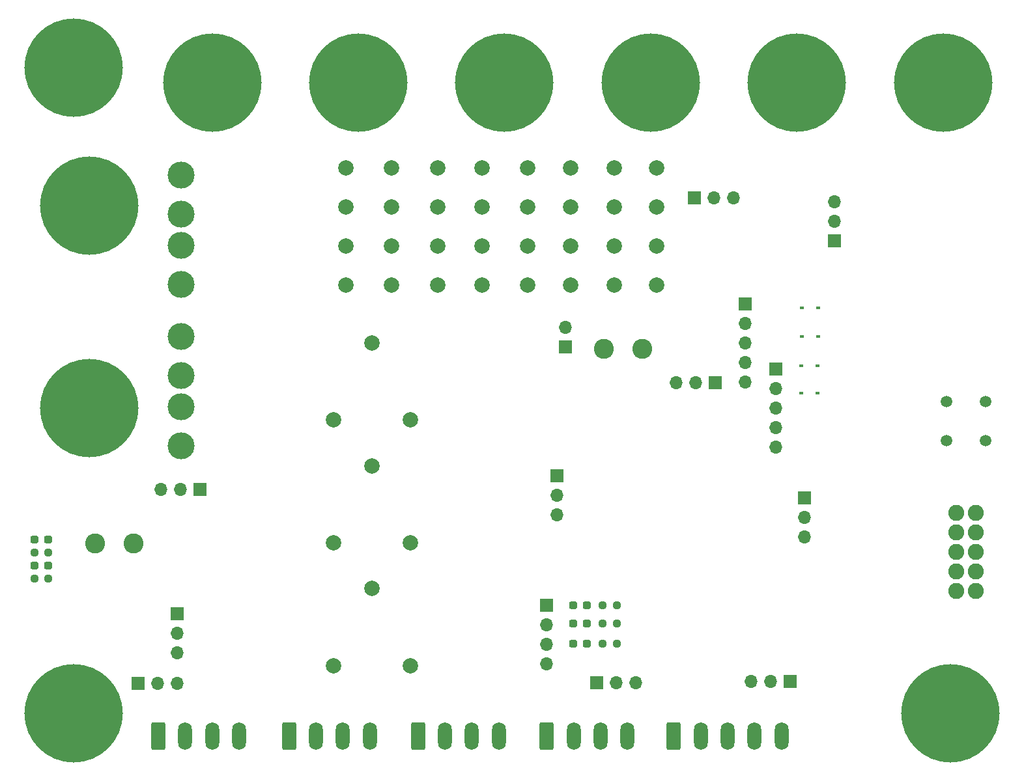
<source format=gbr>
%TF.GenerationSoftware,KiCad,Pcbnew,7.0.9-7.0.9~ubuntu22.04.1*%
%TF.CreationDate,2023-11-29T19:20:40+01:00*%
%TF.ProjectId,battery-management-system,62617474-6572-4792-9d6d-616e6167656d,rev?*%
%TF.SameCoordinates,Original*%
%TF.FileFunction,Soldermask,Top*%
%TF.FilePolarity,Negative*%
%FSLAX46Y46*%
G04 Gerber Fmt 4.6, Leading zero omitted, Abs format (unit mm)*
G04 Created by KiCad (PCBNEW 7.0.9-7.0.9~ubuntu22.04.1) date 2023-11-29 19:20:40*
%MOMM*%
%LPD*%
G01*
G04 APERTURE LIST*
G04 Aperture macros list*
%AMRoundRect*
0 Rectangle with rounded corners*
0 $1 Rounding radius*
0 $2 $3 $4 $5 $6 $7 $8 $9 X,Y pos of 4 corners*
0 Add a 4 corners polygon primitive as box body*
4,1,4,$2,$3,$4,$5,$6,$7,$8,$9,$2,$3,0*
0 Add four circle primitives for the rounded corners*
1,1,$1+$1,$2,$3*
1,1,$1+$1,$4,$5*
1,1,$1+$1,$6,$7*
1,1,$1+$1,$8,$9*
0 Add four rect primitives between the rounded corners*
20,1,$1+$1,$2,$3,$4,$5,0*
20,1,$1+$1,$4,$5,$6,$7,0*
20,1,$1+$1,$6,$7,$8,$9,0*
20,1,$1+$1,$8,$9,$2,$3,0*%
G04 Aperture macros list end*
%ADD10C,3.500000*%
%ADD11RoundRect,0.237500X0.250000X0.237500X-0.250000X0.237500X-0.250000X-0.237500X0.250000X-0.237500X0*%
%ADD12C,2.000000*%
%ADD13RoundRect,0.250000X-0.650000X-1.550000X0.650000X-1.550000X0.650000X1.550000X-0.650000X1.550000X0*%
%ADD14O,1.800000X3.600000*%
%ADD15R,0.600000X0.450000*%
%ADD16RoundRect,0.237500X0.287500X0.237500X-0.287500X0.237500X-0.287500X-0.237500X0.287500X-0.237500X0*%
%ADD17C,6.800000*%
%ADD18C,12.800000*%
%ADD19R,1.700000X1.700000*%
%ADD20O,1.700000X1.700000*%
%ADD21C,1.500000*%
%ADD22C,2.600000*%
%ADD23RoundRect,0.237500X-0.250000X-0.237500X0.250000X-0.237500X0.250000X0.237500X-0.250000X0.237500X0*%
%ADD24C,2.083600*%
G04 APERTURE END LIST*
D10*
%TO.C,F1*%
X42000000Y-42000000D03*
X42000000Y-47080000D03*
X42000000Y-51140000D03*
X42000000Y-56220000D03*
%TD*%
D11*
%TO.C,R19*%
X24712500Y-94500000D03*
X22887500Y-94500000D03*
%TD*%
D12*
%TO.C,SW6*%
X87000000Y-41080000D03*
X87000000Y-46160000D03*
X87000000Y-51240000D03*
X87000000Y-56320000D03*
%TD*%
D13*
%TO.C,J9*%
X106000000Y-115000000D03*
D14*
X109500000Y-115000000D03*
X113000000Y-115000000D03*
X116500000Y-115000000D03*
X120000000Y-115000000D03*
%TD*%
D15*
%TO.C,D17*%
X122650000Y-63000000D03*
X124750000Y-63000000D03*
%TD*%
D13*
%TO.C,J18*%
X89500000Y-115000000D03*
D14*
X93000000Y-115000000D03*
X96500000Y-115000000D03*
X100000000Y-115000000D03*
%TD*%
D16*
%TO.C,D7*%
X24675000Y-92800000D03*
X22925000Y-92800000D03*
%TD*%
D13*
%TO.C,J15*%
X39000000Y-115000000D03*
D14*
X42500000Y-115000000D03*
X46000000Y-115000000D03*
X49500000Y-115000000D03*
%TD*%
D17*
%TO.C,J5*%
X122000000Y-30000000D03*
D18*
X122000000Y-30000000D03*
%TD*%
D16*
%TO.C,D6*%
X24675000Y-89400000D03*
X22925000Y-89400000D03*
%TD*%
D19*
%TO.C,J19*%
X111400000Y-69000000D03*
D20*
X108860000Y-69000000D03*
X106320000Y-69000000D03*
%TD*%
D12*
%TO.C,SW3*%
X98300000Y-41080000D03*
X98300000Y-46160000D03*
X98300000Y-51240000D03*
X98300000Y-56320000D03*
%TD*%
D10*
%TO.C,F2*%
X42000000Y-63000000D03*
X42000000Y-68080000D03*
X42000000Y-72140000D03*
X42000000Y-77220000D03*
%TD*%
D21*
%TO.C,RESET1*%
X146540000Y-76540000D03*
X146540000Y-71460000D03*
X141460000Y-76540000D03*
X141460000Y-71460000D03*
%TD*%
D12*
%TO.C,C32*%
X66800000Y-95800000D03*
X61800000Y-105800000D03*
X71800000Y-105800000D03*
%TD*%
D15*
%TO.C,D18*%
X122550000Y-66800000D03*
X124650000Y-66800000D03*
%TD*%
D17*
%TO.C,J1*%
X46000000Y-30000000D03*
D18*
X46000000Y-30000000D03*
%TD*%
D17*
%TO.C,J10*%
X30000000Y-72300000D03*
D18*
X30000000Y-72300000D03*
%TD*%
D22*
%TO.C,L1*%
X35800000Y-89900000D03*
X30800000Y-89900000D03*
%TD*%
D15*
%TO.C,D19*%
X122550000Y-70400000D03*
X124650000Y-70400000D03*
%TD*%
D12*
%TO.C,C30*%
X66800000Y-63800000D03*
X61800000Y-73800000D03*
X71800000Y-73800000D03*
%TD*%
%TO.C,SW1*%
X103800000Y-41080000D03*
X103800000Y-46160000D03*
X103800000Y-51240000D03*
X103800000Y-56320000D03*
%TD*%
D19*
%TO.C,J22*%
X119300000Y-67200000D03*
D20*
X119300000Y-69740000D03*
X119300000Y-72280000D03*
X119300000Y-74820000D03*
X119300000Y-77360000D03*
%TD*%
D16*
%TO.C,D10*%
X94675000Y-97960000D03*
X92925000Y-97960000D03*
%TD*%
D19*
%TO.C,J11*%
X95975000Y-108000000D03*
D20*
X98515000Y-108000000D03*
X101055000Y-108000000D03*
%TD*%
D23*
%TO.C,R32*%
X96787500Y-97960000D03*
X98612500Y-97960000D03*
%TD*%
D19*
%TO.C,J12*%
X123000000Y-84000000D03*
D20*
X123000000Y-86540000D03*
X123000000Y-89080000D03*
%TD*%
D13*
%TO.C,J17*%
X72767500Y-115000000D03*
D14*
X76267500Y-115000000D03*
X79767500Y-115000000D03*
X83267500Y-115000000D03*
%TD*%
D12*
%TO.C,C31*%
X66800000Y-79800000D03*
X61800000Y-89800000D03*
X71800000Y-89800000D03*
%TD*%
D19*
%TO.C,J23*%
X91900000Y-64375000D03*
D20*
X91900000Y-61835000D03*
%TD*%
D13*
%TO.C,J16*%
X56000000Y-115000000D03*
D14*
X59500000Y-115000000D03*
X63000000Y-115000000D03*
X66500000Y-115000000D03*
%TD*%
D19*
%TO.C,J21*%
X36400000Y-108100000D03*
D20*
X38940000Y-108100000D03*
X41480000Y-108100000D03*
%TD*%
D19*
%TO.C,J14*%
X44425000Y-82900000D03*
D20*
X41885000Y-82900000D03*
X39345000Y-82900000D03*
%TD*%
D17*
%TO.C,J6*%
X30000000Y-46000000D03*
D18*
X30000000Y-46000000D03*
%TD*%
D19*
%TO.C,J24*%
X41500000Y-99075000D03*
D20*
X41500000Y-101615000D03*
X41500000Y-104155000D03*
%TD*%
D11*
%TO.C,R18*%
X24712500Y-91100000D03*
X22887500Y-91100000D03*
%TD*%
D17*
%TO.C,J3*%
X84000000Y-30000000D03*
D18*
X84000000Y-30000000D03*
%TD*%
D19*
%TO.C,J20*%
X121125000Y-107900000D03*
D20*
X118585000Y-107900000D03*
X116045000Y-107900000D03*
%TD*%
D18*
%TO.C,H2*%
X28000000Y-112000000D03*
%TD*%
D23*
%TO.C,R34*%
X96787500Y-102960000D03*
X98612500Y-102960000D03*
%TD*%
D18*
%TO.C,H3*%
X142000000Y-112000000D03*
%TD*%
D16*
%TO.C,D11*%
X94675000Y-100360000D03*
X92925000Y-100360000D03*
%TD*%
D12*
%TO.C,SW2*%
X92600000Y-41080000D03*
X92600000Y-46160000D03*
X92600000Y-51240000D03*
X92600000Y-56320000D03*
%TD*%
D24*
%TO.C,U5*%
X142730000Y-88460000D03*
X142730000Y-91000000D03*
X142730000Y-96080000D03*
X145270000Y-96080000D03*
X142730000Y-93540000D03*
X145270000Y-88460000D03*
X145270000Y-85920000D03*
X145270000Y-91000000D03*
X145270000Y-93540000D03*
X142730000Y-85920000D03*
%TD*%
D17*
%TO.C,J2*%
X65000000Y-30000000D03*
D18*
X65000000Y-30000000D03*
%TD*%
D22*
%TO.C,L2*%
X101900000Y-64600000D03*
X96900000Y-64600000D03*
%TD*%
D19*
%TO.C,J13*%
X89500000Y-97960000D03*
D20*
X89500000Y-100500000D03*
X89500000Y-103040000D03*
X89500000Y-105580000D03*
%TD*%
D15*
%TO.C,D16*%
X122650000Y-59300000D03*
X124750000Y-59300000D03*
%TD*%
D19*
%TO.C,J26*%
X108675000Y-45000000D03*
D20*
X111215000Y-45000000D03*
X113755000Y-45000000D03*
%TD*%
D23*
%TO.C,R33*%
X96787500Y-100360000D03*
X98612500Y-100360000D03*
%TD*%
D16*
%TO.C,D12*%
X94675000Y-102960000D03*
X92925000Y-102960000D03*
%TD*%
D17*
%TO.C,J8*%
X141000000Y-30000000D03*
D18*
X141000000Y-30000000D03*
%TD*%
D19*
%TO.C,J27*%
X115300000Y-58800000D03*
D20*
X115300000Y-61340000D03*
X115300000Y-63880000D03*
X115300000Y-66420000D03*
X115300000Y-68960000D03*
%TD*%
D12*
%TO.C,SW7*%
X63400000Y-41080000D03*
X63400000Y-46160000D03*
X63400000Y-51240000D03*
X63400000Y-56320000D03*
%TD*%
%TO.C,SW8*%
X75300000Y-41080000D03*
X75300000Y-46160000D03*
X75300000Y-51240000D03*
X75300000Y-56320000D03*
%TD*%
D17*
%TO.C,J4*%
X103000000Y-30000000D03*
D18*
X103000000Y-30000000D03*
%TD*%
%TO.C,H1*%
X28000000Y-28000000D03*
%TD*%
D19*
%TO.C,J28*%
X126900000Y-50525000D03*
D20*
X126900000Y-47985000D03*
X126900000Y-45445000D03*
%TD*%
D12*
%TO.C,SW5*%
X69300000Y-41080000D03*
X69300000Y-46160000D03*
X69300000Y-51240000D03*
X69300000Y-56320000D03*
%TD*%
%TO.C,SW4*%
X81100000Y-41080000D03*
X81100000Y-46160000D03*
X81100000Y-51240000D03*
X81100000Y-56320000D03*
%TD*%
D19*
%TO.C,J25*%
X90800000Y-81100000D03*
D20*
X90800000Y-83640000D03*
X90800000Y-86180000D03*
%TD*%
M02*

</source>
